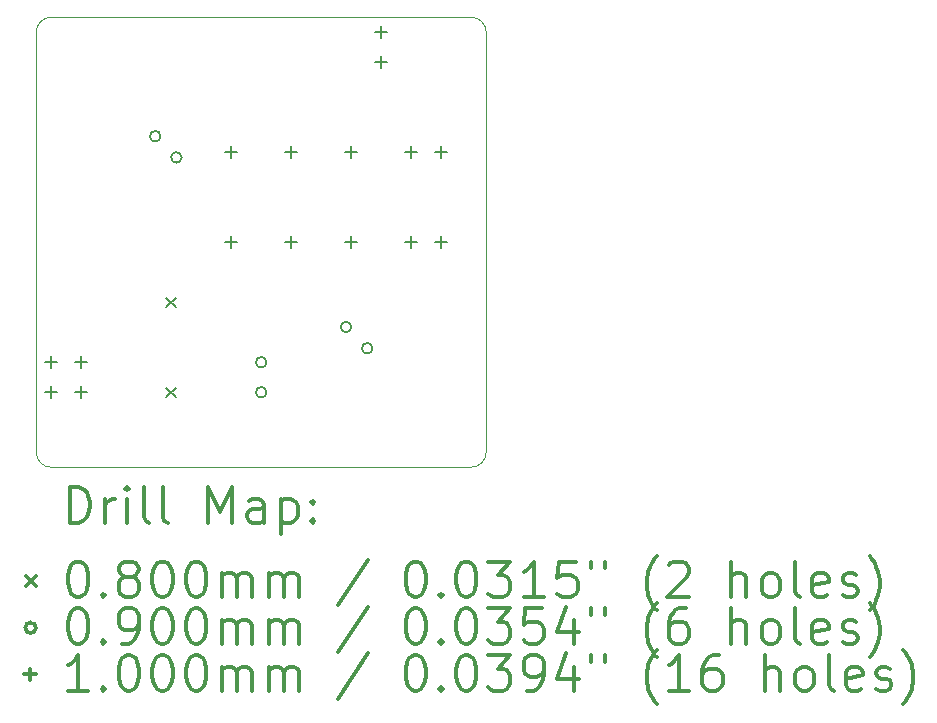
<source format=gbr>
%FSLAX45Y45*%
G04 Gerber Fmt 4.5, Leading zero omitted, Abs format (unit mm)*
G04 Created by KiCad (PCBNEW 5.1.10) date 2021-05-04 22:43:58*
%MOMM*%
%LPD*%
G01*
G04 APERTURE LIST*
%TA.AperFunction,Profile*%
%ADD10C,0.050000*%
%TD*%
%ADD11C,0.200000*%
%ADD12C,0.300000*%
G04 APERTURE END LIST*
D10*
X13081000Y-13462000D02*
G75*
G02*
X12954000Y-13335000I0J127000D01*
G01*
X16764000Y-13335000D02*
G75*
G02*
X16637000Y-13462000I-127000J0D01*
G01*
X16637000Y-9652000D02*
G75*
G02*
X16764000Y-9779000I0J-127000D01*
G01*
X12954000Y-9779000D02*
G75*
G02*
X13081000Y-9652000I127000J0D01*
G01*
X13081000Y-9652000D02*
X16637000Y-9652000D01*
X12954000Y-13335000D02*
X12954000Y-9779000D01*
X16637000Y-13462000D02*
X13081000Y-13462000D01*
X16764000Y-9779000D02*
X16764000Y-13335000D01*
D11*
X14057000Y-12025000D02*
X14137000Y-12105000D01*
X14137000Y-12025000D02*
X14057000Y-12105000D01*
X14057000Y-12787000D02*
X14137000Y-12867000D01*
X14137000Y-12787000D02*
X14057000Y-12867000D01*
X14006395Y-10659395D02*
G75*
G03*
X14006395Y-10659395I-45000J0D01*
G01*
X14186000Y-10839000D02*
G75*
G03*
X14186000Y-10839000I-45000J0D01*
G01*
X14904000Y-12573000D02*
G75*
G03*
X14904000Y-12573000I-45000J0D01*
G01*
X14904000Y-12827000D02*
G75*
G03*
X14904000Y-12827000I-45000J0D01*
G01*
X15622000Y-12275000D02*
G75*
G03*
X15622000Y-12275000I-45000J0D01*
G01*
X15801605Y-12454605D02*
G75*
G03*
X15801605Y-12454605I-45000J0D01*
G01*
X13081000Y-12523000D02*
X13081000Y-12623000D01*
X13031000Y-12573000D02*
X13131000Y-12573000D01*
X13081000Y-12777000D02*
X13081000Y-12877000D01*
X13031000Y-12827000D02*
X13131000Y-12827000D01*
X13335000Y-12523000D02*
X13335000Y-12623000D01*
X13285000Y-12573000D02*
X13385000Y-12573000D01*
X13335000Y-12777000D02*
X13335000Y-12877000D01*
X13285000Y-12827000D02*
X13385000Y-12827000D01*
X14605000Y-10745000D02*
X14605000Y-10845000D01*
X14555000Y-10795000D02*
X14655000Y-10795000D01*
X14605000Y-11507000D02*
X14605000Y-11607000D01*
X14555000Y-11557000D02*
X14655000Y-11557000D01*
X15113000Y-10745000D02*
X15113000Y-10845000D01*
X15063000Y-10795000D02*
X15163000Y-10795000D01*
X15113000Y-11507000D02*
X15113000Y-11607000D01*
X15063000Y-11557000D02*
X15163000Y-11557000D01*
X15621000Y-10745000D02*
X15621000Y-10845000D01*
X15571000Y-10795000D02*
X15671000Y-10795000D01*
X15621000Y-11507000D02*
X15621000Y-11607000D01*
X15571000Y-11557000D02*
X15671000Y-11557000D01*
X15875000Y-9729000D02*
X15875000Y-9829000D01*
X15825000Y-9779000D02*
X15925000Y-9779000D01*
X15875000Y-9983000D02*
X15875000Y-10083000D01*
X15825000Y-10033000D02*
X15925000Y-10033000D01*
X16129000Y-10745000D02*
X16129000Y-10845000D01*
X16079000Y-10795000D02*
X16179000Y-10795000D01*
X16129000Y-11507000D02*
X16129000Y-11607000D01*
X16079000Y-11557000D02*
X16179000Y-11557000D01*
X16383000Y-10745000D02*
X16383000Y-10845000D01*
X16333000Y-10795000D02*
X16433000Y-10795000D01*
X16383000Y-11507000D02*
X16383000Y-11607000D01*
X16333000Y-11557000D02*
X16433000Y-11557000D01*
D12*
X13237928Y-13930214D02*
X13237928Y-13630214D01*
X13309357Y-13630214D01*
X13352214Y-13644500D01*
X13380786Y-13673071D01*
X13395071Y-13701643D01*
X13409357Y-13758786D01*
X13409357Y-13801643D01*
X13395071Y-13858786D01*
X13380786Y-13887357D01*
X13352214Y-13915929D01*
X13309357Y-13930214D01*
X13237928Y-13930214D01*
X13537928Y-13930214D02*
X13537928Y-13730214D01*
X13537928Y-13787357D02*
X13552214Y-13758786D01*
X13566500Y-13744500D01*
X13595071Y-13730214D01*
X13623643Y-13730214D01*
X13723643Y-13930214D02*
X13723643Y-13730214D01*
X13723643Y-13630214D02*
X13709357Y-13644500D01*
X13723643Y-13658786D01*
X13737928Y-13644500D01*
X13723643Y-13630214D01*
X13723643Y-13658786D01*
X13909357Y-13930214D02*
X13880786Y-13915929D01*
X13866500Y-13887357D01*
X13866500Y-13630214D01*
X14066500Y-13930214D02*
X14037928Y-13915929D01*
X14023643Y-13887357D01*
X14023643Y-13630214D01*
X14409357Y-13930214D02*
X14409357Y-13630214D01*
X14509357Y-13844500D01*
X14609357Y-13630214D01*
X14609357Y-13930214D01*
X14880786Y-13930214D02*
X14880786Y-13773071D01*
X14866500Y-13744500D01*
X14837928Y-13730214D01*
X14780786Y-13730214D01*
X14752214Y-13744500D01*
X14880786Y-13915929D02*
X14852214Y-13930214D01*
X14780786Y-13930214D01*
X14752214Y-13915929D01*
X14737928Y-13887357D01*
X14737928Y-13858786D01*
X14752214Y-13830214D01*
X14780786Y-13815929D01*
X14852214Y-13815929D01*
X14880786Y-13801643D01*
X15023643Y-13730214D02*
X15023643Y-14030214D01*
X15023643Y-13744500D02*
X15052214Y-13730214D01*
X15109357Y-13730214D01*
X15137928Y-13744500D01*
X15152214Y-13758786D01*
X15166500Y-13787357D01*
X15166500Y-13873071D01*
X15152214Y-13901643D01*
X15137928Y-13915929D01*
X15109357Y-13930214D01*
X15052214Y-13930214D01*
X15023643Y-13915929D01*
X15295071Y-13901643D02*
X15309357Y-13915929D01*
X15295071Y-13930214D01*
X15280786Y-13915929D01*
X15295071Y-13901643D01*
X15295071Y-13930214D01*
X15295071Y-13744500D02*
X15309357Y-13758786D01*
X15295071Y-13773071D01*
X15280786Y-13758786D01*
X15295071Y-13744500D01*
X15295071Y-13773071D01*
X12871500Y-14384500D02*
X12951500Y-14464500D01*
X12951500Y-14384500D02*
X12871500Y-14464500D01*
X13295071Y-14260214D02*
X13323643Y-14260214D01*
X13352214Y-14274500D01*
X13366500Y-14288786D01*
X13380786Y-14317357D01*
X13395071Y-14374500D01*
X13395071Y-14445929D01*
X13380786Y-14503071D01*
X13366500Y-14531643D01*
X13352214Y-14545929D01*
X13323643Y-14560214D01*
X13295071Y-14560214D01*
X13266500Y-14545929D01*
X13252214Y-14531643D01*
X13237928Y-14503071D01*
X13223643Y-14445929D01*
X13223643Y-14374500D01*
X13237928Y-14317357D01*
X13252214Y-14288786D01*
X13266500Y-14274500D01*
X13295071Y-14260214D01*
X13523643Y-14531643D02*
X13537928Y-14545929D01*
X13523643Y-14560214D01*
X13509357Y-14545929D01*
X13523643Y-14531643D01*
X13523643Y-14560214D01*
X13709357Y-14388786D02*
X13680786Y-14374500D01*
X13666500Y-14360214D01*
X13652214Y-14331643D01*
X13652214Y-14317357D01*
X13666500Y-14288786D01*
X13680786Y-14274500D01*
X13709357Y-14260214D01*
X13766500Y-14260214D01*
X13795071Y-14274500D01*
X13809357Y-14288786D01*
X13823643Y-14317357D01*
X13823643Y-14331643D01*
X13809357Y-14360214D01*
X13795071Y-14374500D01*
X13766500Y-14388786D01*
X13709357Y-14388786D01*
X13680786Y-14403071D01*
X13666500Y-14417357D01*
X13652214Y-14445929D01*
X13652214Y-14503071D01*
X13666500Y-14531643D01*
X13680786Y-14545929D01*
X13709357Y-14560214D01*
X13766500Y-14560214D01*
X13795071Y-14545929D01*
X13809357Y-14531643D01*
X13823643Y-14503071D01*
X13823643Y-14445929D01*
X13809357Y-14417357D01*
X13795071Y-14403071D01*
X13766500Y-14388786D01*
X14009357Y-14260214D02*
X14037928Y-14260214D01*
X14066500Y-14274500D01*
X14080786Y-14288786D01*
X14095071Y-14317357D01*
X14109357Y-14374500D01*
X14109357Y-14445929D01*
X14095071Y-14503071D01*
X14080786Y-14531643D01*
X14066500Y-14545929D01*
X14037928Y-14560214D01*
X14009357Y-14560214D01*
X13980786Y-14545929D01*
X13966500Y-14531643D01*
X13952214Y-14503071D01*
X13937928Y-14445929D01*
X13937928Y-14374500D01*
X13952214Y-14317357D01*
X13966500Y-14288786D01*
X13980786Y-14274500D01*
X14009357Y-14260214D01*
X14295071Y-14260214D02*
X14323643Y-14260214D01*
X14352214Y-14274500D01*
X14366500Y-14288786D01*
X14380786Y-14317357D01*
X14395071Y-14374500D01*
X14395071Y-14445929D01*
X14380786Y-14503071D01*
X14366500Y-14531643D01*
X14352214Y-14545929D01*
X14323643Y-14560214D01*
X14295071Y-14560214D01*
X14266500Y-14545929D01*
X14252214Y-14531643D01*
X14237928Y-14503071D01*
X14223643Y-14445929D01*
X14223643Y-14374500D01*
X14237928Y-14317357D01*
X14252214Y-14288786D01*
X14266500Y-14274500D01*
X14295071Y-14260214D01*
X14523643Y-14560214D02*
X14523643Y-14360214D01*
X14523643Y-14388786D02*
X14537928Y-14374500D01*
X14566500Y-14360214D01*
X14609357Y-14360214D01*
X14637928Y-14374500D01*
X14652214Y-14403071D01*
X14652214Y-14560214D01*
X14652214Y-14403071D02*
X14666500Y-14374500D01*
X14695071Y-14360214D01*
X14737928Y-14360214D01*
X14766500Y-14374500D01*
X14780786Y-14403071D01*
X14780786Y-14560214D01*
X14923643Y-14560214D02*
X14923643Y-14360214D01*
X14923643Y-14388786D02*
X14937928Y-14374500D01*
X14966500Y-14360214D01*
X15009357Y-14360214D01*
X15037928Y-14374500D01*
X15052214Y-14403071D01*
X15052214Y-14560214D01*
X15052214Y-14403071D02*
X15066500Y-14374500D01*
X15095071Y-14360214D01*
X15137928Y-14360214D01*
X15166500Y-14374500D01*
X15180786Y-14403071D01*
X15180786Y-14560214D01*
X15766500Y-14245929D02*
X15509357Y-14631643D01*
X16152214Y-14260214D02*
X16180786Y-14260214D01*
X16209357Y-14274500D01*
X16223643Y-14288786D01*
X16237928Y-14317357D01*
X16252214Y-14374500D01*
X16252214Y-14445929D01*
X16237928Y-14503071D01*
X16223643Y-14531643D01*
X16209357Y-14545929D01*
X16180786Y-14560214D01*
X16152214Y-14560214D01*
X16123643Y-14545929D01*
X16109357Y-14531643D01*
X16095071Y-14503071D01*
X16080786Y-14445929D01*
X16080786Y-14374500D01*
X16095071Y-14317357D01*
X16109357Y-14288786D01*
X16123643Y-14274500D01*
X16152214Y-14260214D01*
X16380786Y-14531643D02*
X16395071Y-14545929D01*
X16380786Y-14560214D01*
X16366500Y-14545929D01*
X16380786Y-14531643D01*
X16380786Y-14560214D01*
X16580786Y-14260214D02*
X16609357Y-14260214D01*
X16637928Y-14274500D01*
X16652214Y-14288786D01*
X16666500Y-14317357D01*
X16680786Y-14374500D01*
X16680786Y-14445929D01*
X16666500Y-14503071D01*
X16652214Y-14531643D01*
X16637928Y-14545929D01*
X16609357Y-14560214D01*
X16580786Y-14560214D01*
X16552214Y-14545929D01*
X16537928Y-14531643D01*
X16523643Y-14503071D01*
X16509357Y-14445929D01*
X16509357Y-14374500D01*
X16523643Y-14317357D01*
X16537928Y-14288786D01*
X16552214Y-14274500D01*
X16580786Y-14260214D01*
X16780786Y-14260214D02*
X16966500Y-14260214D01*
X16866500Y-14374500D01*
X16909357Y-14374500D01*
X16937928Y-14388786D01*
X16952214Y-14403071D01*
X16966500Y-14431643D01*
X16966500Y-14503071D01*
X16952214Y-14531643D01*
X16937928Y-14545929D01*
X16909357Y-14560214D01*
X16823643Y-14560214D01*
X16795071Y-14545929D01*
X16780786Y-14531643D01*
X17252214Y-14560214D02*
X17080786Y-14560214D01*
X17166500Y-14560214D02*
X17166500Y-14260214D01*
X17137928Y-14303071D01*
X17109357Y-14331643D01*
X17080786Y-14345929D01*
X17523643Y-14260214D02*
X17380786Y-14260214D01*
X17366500Y-14403071D01*
X17380786Y-14388786D01*
X17409357Y-14374500D01*
X17480786Y-14374500D01*
X17509357Y-14388786D01*
X17523643Y-14403071D01*
X17537928Y-14431643D01*
X17537928Y-14503071D01*
X17523643Y-14531643D01*
X17509357Y-14545929D01*
X17480786Y-14560214D01*
X17409357Y-14560214D01*
X17380786Y-14545929D01*
X17366500Y-14531643D01*
X17652214Y-14260214D02*
X17652214Y-14317357D01*
X17766500Y-14260214D02*
X17766500Y-14317357D01*
X18209357Y-14674500D02*
X18195071Y-14660214D01*
X18166500Y-14617357D01*
X18152214Y-14588786D01*
X18137928Y-14545929D01*
X18123643Y-14474500D01*
X18123643Y-14417357D01*
X18137928Y-14345929D01*
X18152214Y-14303071D01*
X18166500Y-14274500D01*
X18195071Y-14231643D01*
X18209357Y-14217357D01*
X18309357Y-14288786D02*
X18323643Y-14274500D01*
X18352214Y-14260214D01*
X18423643Y-14260214D01*
X18452214Y-14274500D01*
X18466500Y-14288786D01*
X18480786Y-14317357D01*
X18480786Y-14345929D01*
X18466500Y-14388786D01*
X18295071Y-14560214D01*
X18480786Y-14560214D01*
X18837928Y-14560214D02*
X18837928Y-14260214D01*
X18966500Y-14560214D02*
X18966500Y-14403071D01*
X18952214Y-14374500D01*
X18923643Y-14360214D01*
X18880786Y-14360214D01*
X18852214Y-14374500D01*
X18837928Y-14388786D01*
X19152214Y-14560214D02*
X19123643Y-14545929D01*
X19109357Y-14531643D01*
X19095071Y-14503071D01*
X19095071Y-14417357D01*
X19109357Y-14388786D01*
X19123643Y-14374500D01*
X19152214Y-14360214D01*
X19195071Y-14360214D01*
X19223643Y-14374500D01*
X19237928Y-14388786D01*
X19252214Y-14417357D01*
X19252214Y-14503071D01*
X19237928Y-14531643D01*
X19223643Y-14545929D01*
X19195071Y-14560214D01*
X19152214Y-14560214D01*
X19423643Y-14560214D02*
X19395071Y-14545929D01*
X19380786Y-14517357D01*
X19380786Y-14260214D01*
X19652214Y-14545929D02*
X19623643Y-14560214D01*
X19566500Y-14560214D01*
X19537928Y-14545929D01*
X19523643Y-14517357D01*
X19523643Y-14403071D01*
X19537928Y-14374500D01*
X19566500Y-14360214D01*
X19623643Y-14360214D01*
X19652214Y-14374500D01*
X19666500Y-14403071D01*
X19666500Y-14431643D01*
X19523643Y-14460214D01*
X19780786Y-14545929D02*
X19809357Y-14560214D01*
X19866500Y-14560214D01*
X19895071Y-14545929D01*
X19909357Y-14517357D01*
X19909357Y-14503071D01*
X19895071Y-14474500D01*
X19866500Y-14460214D01*
X19823643Y-14460214D01*
X19795071Y-14445929D01*
X19780786Y-14417357D01*
X19780786Y-14403071D01*
X19795071Y-14374500D01*
X19823643Y-14360214D01*
X19866500Y-14360214D01*
X19895071Y-14374500D01*
X20009357Y-14674500D02*
X20023643Y-14660214D01*
X20052214Y-14617357D01*
X20066500Y-14588786D01*
X20080786Y-14545929D01*
X20095071Y-14474500D01*
X20095071Y-14417357D01*
X20080786Y-14345929D01*
X20066500Y-14303071D01*
X20052214Y-14274500D01*
X20023643Y-14231643D01*
X20009357Y-14217357D01*
X12951500Y-14820500D02*
G75*
G03*
X12951500Y-14820500I-45000J0D01*
G01*
X13295071Y-14656214D02*
X13323643Y-14656214D01*
X13352214Y-14670500D01*
X13366500Y-14684786D01*
X13380786Y-14713357D01*
X13395071Y-14770500D01*
X13395071Y-14841929D01*
X13380786Y-14899071D01*
X13366500Y-14927643D01*
X13352214Y-14941929D01*
X13323643Y-14956214D01*
X13295071Y-14956214D01*
X13266500Y-14941929D01*
X13252214Y-14927643D01*
X13237928Y-14899071D01*
X13223643Y-14841929D01*
X13223643Y-14770500D01*
X13237928Y-14713357D01*
X13252214Y-14684786D01*
X13266500Y-14670500D01*
X13295071Y-14656214D01*
X13523643Y-14927643D02*
X13537928Y-14941929D01*
X13523643Y-14956214D01*
X13509357Y-14941929D01*
X13523643Y-14927643D01*
X13523643Y-14956214D01*
X13680786Y-14956214D02*
X13737928Y-14956214D01*
X13766500Y-14941929D01*
X13780786Y-14927643D01*
X13809357Y-14884786D01*
X13823643Y-14827643D01*
X13823643Y-14713357D01*
X13809357Y-14684786D01*
X13795071Y-14670500D01*
X13766500Y-14656214D01*
X13709357Y-14656214D01*
X13680786Y-14670500D01*
X13666500Y-14684786D01*
X13652214Y-14713357D01*
X13652214Y-14784786D01*
X13666500Y-14813357D01*
X13680786Y-14827643D01*
X13709357Y-14841929D01*
X13766500Y-14841929D01*
X13795071Y-14827643D01*
X13809357Y-14813357D01*
X13823643Y-14784786D01*
X14009357Y-14656214D02*
X14037928Y-14656214D01*
X14066500Y-14670500D01*
X14080786Y-14684786D01*
X14095071Y-14713357D01*
X14109357Y-14770500D01*
X14109357Y-14841929D01*
X14095071Y-14899071D01*
X14080786Y-14927643D01*
X14066500Y-14941929D01*
X14037928Y-14956214D01*
X14009357Y-14956214D01*
X13980786Y-14941929D01*
X13966500Y-14927643D01*
X13952214Y-14899071D01*
X13937928Y-14841929D01*
X13937928Y-14770500D01*
X13952214Y-14713357D01*
X13966500Y-14684786D01*
X13980786Y-14670500D01*
X14009357Y-14656214D01*
X14295071Y-14656214D02*
X14323643Y-14656214D01*
X14352214Y-14670500D01*
X14366500Y-14684786D01*
X14380786Y-14713357D01*
X14395071Y-14770500D01*
X14395071Y-14841929D01*
X14380786Y-14899071D01*
X14366500Y-14927643D01*
X14352214Y-14941929D01*
X14323643Y-14956214D01*
X14295071Y-14956214D01*
X14266500Y-14941929D01*
X14252214Y-14927643D01*
X14237928Y-14899071D01*
X14223643Y-14841929D01*
X14223643Y-14770500D01*
X14237928Y-14713357D01*
X14252214Y-14684786D01*
X14266500Y-14670500D01*
X14295071Y-14656214D01*
X14523643Y-14956214D02*
X14523643Y-14756214D01*
X14523643Y-14784786D02*
X14537928Y-14770500D01*
X14566500Y-14756214D01*
X14609357Y-14756214D01*
X14637928Y-14770500D01*
X14652214Y-14799071D01*
X14652214Y-14956214D01*
X14652214Y-14799071D02*
X14666500Y-14770500D01*
X14695071Y-14756214D01*
X14737928Y-14756214D01*
X14766500Y-14770500D01*
X14780786Y-14799071D01*
X14780786Y-14956214D01*
X14923643Y-14956214D02*
X14923643Y-14756214D01*
X14923643Y-14784786D02*
X14937928Y-14770500D01*
X14966500Y-14756214D01*
X15009357Y-14756214D01*
X15037928Y-14770500D01*
X15052214Y-14799071D01*
X15052214Y-14956214D01*
X15052214Y-14799071D02*
X15066500Y-14770500D01*
X15095071Y-14756214D01*
X15137928Y-14756214D01*
X15166500Y-14770500D01*
X15180786Y-14799071D01*
X15180786Y-14956214D01*
X15766500Y-14641929D02*
X15509357Y-15027643D01*
X16152214Y-14656214D02*
X16180786Y-14656214D01*
X16209357Y-14670500D01*
X16223643Y-14684786D01*
X16237928Y-14713357D01*
X16252214Y-14770500D01*
X16252214Y-14841929D01*
X16237928Y-14899071D01*
X16223643Y-14927643D01*
X16209357Y-14941929D01*
X16180786Y-14956214D01*
X16152214Y-14956214D01*
X16123643Y-14941929D01*
X16109357Y-14927643D01*
X16095071Y-14899071D01*
X16080786Y-14841929D01*
X16080786Y-14770500D01*
X16095071Y-14713357D01*
X16109357Y-14684786D01*
X16123643Y-14670500D01*
X16152214Y-14656214D01*
X16380786Y-14927643D02*
X16395071Y-14941929D01*
X16380786Y-14956214D01*
X16366500Y-14941929D01*
X16380786Y-14927643D01*
X16380786Y-14956214D01*
X16580786Y-14656214D02*
X16609357Y-14656214D01*
X16637928Y-14670500D01*
X16652214Y-14684786D01*
X16666500Y-14713357D01*
X16680786Y-14770500D01*
X16680786Y-14841929D01*
X16666500Y-14899071D01*
X16652214Y-14927643D01*
X16637928Y-14941929D01*
X16609357Y-14956214D01*
X16580786Y-14956214D01*
X16552214Y-14941929D01*
X16537928Y-14927643D01*
X16523643Y-14899071D01*
X16509357Y-14841929D01*
X16509357Y-14770500D01*
X16523643Y-14713357D01*
X16537928Y-14684786D01*
X16552214Y-14670500D01*
X16580786Y-14656214D01*
X16780786Y-14656214D02*
X16966500Y-14656214D01*
X16866500Y-14770500D01*
X16909357Y-14770500D01*
X16937928Y-14784786D01*
X16952214Y-14799071D01*
X16966500Y-14827643D01*
X16966500Y-14899071D01*
X16952214Y-14927643D01*
X16937928Y-14941929D01*
X16909357Y-14956214D01*
X16823643Y-14956214D01*
X16795071Y-14941929D01*
X16780786Y-14927643D01*
X17237928Y-14656214D02*
X17095071Y-14656214D01*
X17080786Y-14799071D01*
X17095071Y-14784786D01*
X17123643Y-14770500D01*
X17195071Y-14770500D01*
X17223643Y-14784786D01*
X17237928Y-14799071D01*
X17252214Y-14827643D01*
X17252214Y-14899071D01*
X17237928Y-14927643D01*
X17223643Y-14941929D01*
X17195071Y-14956214D01*
X17123643Y-14956214D01*
X17095071Y-14941929D01*
X17080786Y-14927643D01*
X17509357Y-14756214D02*
X17509357Y-14956214D01*
X17437928Y-14641929D02*
X17366500Y-14856214D01*
X17552214Y-14856214D01*
X17652214Y-14656214D02*
X17652214Y-14713357D01*
X17766500Y-14656214D02*
X17766500Y-14713357D01*
X18209357Y-15070500D02*
X18195071Y-15056214D01*
X18166500Y-15013357D01*
X18152214Y-14984786D01*
X18137928Y-14941929D01*
X18123643Y-14870500D01*
X18123643Y-14813357D01*
X18137928Y-14741929D01*
X18152214Y-14699071D01*
X18166500Y-14670500D01*
X18195071Y-14627643D01*
X18209357Y-14613357D01*
X18452214Y-14656214D02*
X18395071Y-14656214D01*
X18366500Y-14670500D01*
X18352214Y-14684786D01*
X18323643Y-14727643D01*
X18309357Y-14784786D01*
X18309357Y-14899071D01*
X18323643Y-14927643D01*
X18337928Y-14941929D01*
X18366500Y-14956214D01*
X18423643Y-14956214D01*
X18452214Y-14941929D01*
X18466500Y-14927643D01*
X18480786Y-14899071D01*
X18480786Y-14827643D01*
X18466500Y-14799071D01*
X18452214Y-14784786D01*
X18423643Y-14770500D01*
X18366500Y-14770500D01*
X18337928Y-14784786D01*
X18323643Y-14799071D01*
X18309357Y-14827643D01*
X18837928Y-14956214D02*
X18837928Y-14656214D01*
X18966500Y-14956214D02*
X18966500Y-14799071D01*
X18952214Y-14770500D01*
X18923643Y-14756214D01*
X18880786Y-14756214D01*
X18852214Y-14770500D01*
X18837928Y-14784786D01*
X19152214Y-14956214D02*
X19123643Y-14941929D01*
X19109357Y-14927643D01*
X19095071Y-14899071D01*
X19095071Y-14813357D01*
X19109357Y-14784786D01*
X19123643Y-14770500D01*
X19152214Y-14756214D01*
X19195071Y-14756214D01*
X19223643Y-14770500D01*
X19237928Y-14784786D01*
X19252214Y-14813357D01*
X19252214Y-14899071D01*
X19237928Y-14927643D01*
X19223643Y-14941929D01*
X19195071Y-14956214D01*
X19152214Y-14956214D01*
X19423643Y-14956214D02*
X19395071Y-14941929D01*
X19380786Y-14913357D01*
X19380786Y-14656214D01*
X19652214Y-14941929D02*
X19623643Y-14956214D01*
X19566500Y-14956214D01*
X19537928Y-14941929D01*
X19523643Y-14913357D01*
X19523643Y-14799071D01*
X19537928Y-14770500D01*
X19566500Y-14756214D01*
X19623643Y-14756214D01*
X19652214Y-14770500D01*
X19666500Y-14799071D01*
X19666500Y-14827643D01*
X19523643Y-14856214D01*
X19780786Y-14941929D02*
X19809357Y-14956214D01*
X19866500Y-14956214D01*
X19895071Y-14941929D01*
X19909357Y-14913357D01*
X19909357Y-14899071D01*
X19895071Y-14870500D01*
X19866500Y-14856214D01*
X19823643Y-14856214D01*
X19795071Y-14841929D01*
X19780786Y-14813357D01*
X19780786Y-14799071D01*
X19795071Y-14770500D01*
X19823643Y-14756214D01*
X19866500Y-14756214D01*
X19895071Y-14770500D01*
X20009357Y-15070500D02*
X20023643Y-15056214D01*
X20052214Y-15013357D01*
X20066500Y-14984786D01*
X20080786Y-14941929D01*
X20095071Y-14870500D01*
X20095071Y-14813357D01*
X20080786Y-14741929D01*
X20066500Y-14699071D01*
X20052214Y-14670500D01*
X20023643Y-14627643D01*
X20009357Y-14613357D01*
X12901500Y-15166500D02*
X12901500Y-15266500D01*
X12851500Y-15216500D02*
X12951500Y-15216500D01*
X13395071Y-15352214D02*
X13223643Y-15352214D01*
X13309357Y-15352214D02*
X13309357Y-15052214D01*
X13280786Y-15095071D01*
X13252214Y-15123643D01*
X13223643Y-15137929D01*
X13523643Y-15323643D02*
X13537928Y-15337929D01*
X13523643Y-15352214D01*
X13509357Y-15337929D01*
X13523643Y-15323643D01*
X13523643Y-15352214D01*
X13723643Y-15052214D02*
X13752214Y-15052214D01*
X13780786Y-15066500D01*
X13795071Y-15080786D01*
X13809357Y-15109357D01*
X13823643Y-15166500D01*
X13823643Y-15237929D01*
X13809357Y-15295071D01*
X13795071Y-15323643D01*
X13780786Y-15337929D01*
X13752214Y-15352214D01*
X13723643Y-15352214D01*
X13695071Y-15337929D01*
X13680786Y-15323643D01*
X13666500Y-15295071D01*
X13652214Y-15237929D01*
X13652214Y-15166500D01*
X13666500Y-15109357D01*
X13680786Y-15080786D01*
X13695071Y-15066500D01*
X13723643Y-15052214D01*
X14009357Y-15052214D02*
X14037928Y-15052214D01*
X14066500Y-15066500D01*
X14080786Y-15080786D01*
X14095071Y-15109357D01*
X14109357Y-15166500D01*
X14109357Y-15237929D01*
X14095071Y-15295071D01*
X14080786Y-15323643D01*
X14066500Y-15337929D01*
X14037928Y-15352214D01*
X14009357Y-15352214D01*
X13980786Y-15337929D01*
X13966500Y-15323643D01*
X13952214Y-15295071D01*
X13937928Y-15237929D01*
X13937928Y-15166500D01*
X13952214Y-15109357D01*
X13966500Y-15080786D01*
X13980786Y-15066500D01*
X14009357Y-15052214D01*
X14295071Y-15052214D02*
X14323643Y-15052214D01*
X14352214Y-15066500D01*
X14366500Y-15080786D01*
X14380786Y-15109357D01*
X14395071Y-15166500D01*
X14395071Y-15237929D01*
X14380786Y-15295071D01*
X14366500Y-15323643D01*
X14352214Y-15337929D01*
X14323643Y-15352214D01*
X14295071Y-15352214D01*
X14266500Y-15337929D01*
X14252214Y-15323643D01*
X14237928Y-15295071D01*
X14223643Y-15237929D01*
X14223643Y-15166500D01*
X14237928Y-15109357D01*
X14252214Y-15080786D01*
X14266500Y-15066500D01*
X14295071Y-15052214D01*
X14523643Y-15352214D02*
X14523643Y-15152214D01*
X14523643Y-15180786D02*
X14537928Y-15166500D01*
X14566500Y-15152214D01*
X14609357Y-15152214D01*
X14637928Y-15166500D01*
X14652214Y-15195071D01*
X14652214Y-15352214D01*
X14652214Y-15195071D02*
X14666500Y-15166500D01*
X14695071Y-15152214D01*
X14737928Y-15152214D01*
X14766500Y-15166500D01*
X14780786Y-15195071D01*
X14780786Y-15352214D01*
X14923643Y-15352214D02*
X14923643Y-15152214D01*
X14923643Y-15180786D02*
X14937928Y-15166500D01*
X14966500Y-15152214D01*
X15009357Y-15152214D01*
X15037928Y-15166500D01*
X15052214Y-15195071D01*
X15052214Y-15352214D01*
X15052214Y-15195071D02*
X15066500Y-15166500D01*
X15095071Y-15152214D01*
X15137928Y-15152214D01*
X15166500Y-15166500D01*
X15180786Y-15195071D01*
X15180786Y-15352214D01*
X15766500Y-15037929D02*
X15509357Y-15423643D01*
X16152214Y-15052214D02*
X16180786Y-15052214D01*
X16209357Y-15066500D01*
X16223643Y-15080786D01*
X16237928Y-15109357D01*
X16252214Y-15166500D01*
X16252214Y-15237929D01*
X16237928Y-15295071D01*
X16223643Y-15323643D01*
X16209357Y-15337929D01*
X16180786Y-15352214D01*
X16152214Y-15352214D01*
X16123643Y-15337929D01*
X16109357Y-15323643D01*
X16095071Y-15295071D01*
X16080786Y-15237929D01*
X16080786Y-15166500D01*
X16095071Y-15109357D01*
X16109357Y-15080786D01*
X16123643Y-15066500D01*
X16152214Y-15052214D01*
X16380786Y-15323643D02*
X16395071Y-15337929D01*
X16380786Y-15352214D01*
X16366500Y-15337929D01*
X16380786Y-15323643D01*
X16380786Y-15352214D01*
X16580786Y-15052214D02*
X16609357Y-15052214D01*
X16637928Y-15066500D01*
X16652214Y-15080786D01*
X16666500Y-15109357D01*
X16680786Y-15166500D01*
X16680786Y-15237929D01*
X16666500Y-15295071D01*
X16652214Y-15323643D01*
X16637928Y-15337929D01*
X16609357Y-15352214D01*
X16580786Y-15352214D01*
X16552214Y-15337929D01*
X16537928Y-15323643D01*
X16523643Y-15295071D01*
X16509357Y-15237929D01*
X16509357Y-15166500D01*
X16523643Y-15109357D01*
X16537928Y-15080786D01*
X16552214Y-15066500D01*
X16580786Y-15052214D01*
X16780786Y-15052214D02*
X16966500Y-15052214D01*
X16866500Y-15166500D01*
X16909357Y-15166500D01*
X16937928Y-15180786D01*
X16952214Y-15195071D01*
X16966500Y-15223643D01*
X16966500Y-15295071D01*
X16952214Y-15323643D01*
X16937928Y-15337929D01*
X16909357Y-15352214D01*
X16823643Y-15352214D01*
X16795071Y-15337929D01*
X16780786Y-15323643D01*
X17109357Y-15352214D02*
X17166500Y-15352214D01*
X17195071Y-15337929D01*
X17209357Y-15323643D01*
X17237928Y-15280786D01*
X17252214Y-15223643D01*
X17252214Y-15109357D01*
X17237928Y-15080786D01*
X17223643Y-15066500D01*
X17195071Y-15052214D01*
X17137928Y-15052214D01*
X17109357Y-15066500D01*
X17095071Y-15080786D01*
X17080786Y-15109357D01*
X17080786Y-15180786D01*
X17095071Y-15209357D01*
X17109357Y-15223643D01*
X17137928Y-15237929D01*
X17195071Y-15237929D01*
X17223643Y-15223643D01*
X17237928Y-15209357D01*
X17252214Y-15180786D01*
X17509357Y-15152214D02*
X17509357Y-15352214D01*
X17437928Y-15037929D02*
X17366500Y-15252214D01*
X17552214Y-15252214D01*
X17652214Y-15052214D02*
X17652214Y-15109357D01*
X17766500Y-15052214D02*
X17766500Y-15109357D01*
X18209357Y-15466500D02*
X18195071Y-15452214D01*
X18166500Y-15409357D01*
X18152214Y-15380786D01*
X18137928Y-15337929D01*
X18123643Y-15266500D01*
X18123643Y-15209357D01*
X18137928Y-15137929D01*
X18152214Y-15095071D01*
X18166500Y-15066500D01*
X18195071Y-15023643D01*
X18209357Y-15009357D01*
X18480786Y-15352214D02*
X18309357Y-15352214D01*
X18395071Y-15352214D02*
X18395071Y-15052214D01*
X18366500Y-15095071D01*
X18337928Y-15123643D01*
X18309357Y-15137929D01*
X18737928Y-15052214D02*
X18680786Y-15052214D01*
X18652214Y-15066500D01*
X18637928Y-15080786D01*
X18609357Y-15123643D01*
X18595071Y-15180786D01*
X18595071Y-15295071D01*
X18609357Y-15323643D01*
X18623643Y-15337929D01*
X18652214Y-15352214D01*
X18709357Y-15352214D01*
X18737928Y-15337929D01*
X18752214Y-15323643D01*
X18766500Y-15295071D01*
X18766500Y-15223643D01*
X18752214Y-15195071D01*
X18737928Y-15180786D01*
X18709357Y-15166500D01*
X18652214Y-15166500D01*
X18623643Y-15180786D01*
X18609357Y-15195071D01*
X18595071Y-15223643D01*
X19123643Y-15352214D02*
X19123643Y-15052214D01*
X19252214Y-15352214D02*
X19252214Y-15195071D01*
X19237928Y-15166500D01*
X19209357Y-15152214D01*
X19166500Y-15152214D01*
X19137928Y-15166500D01*
X19123643Y-15180786D01*
X19437928Y-15352214D02*
X19409357Y-15337929D01*
X19395071Y-15323643D01*
X19380786Y-15295071D01*
X19380786Y-15209357D01*
X19395071Y-15180786D01*
X19409357Y-15166500D01*
X19437928Y-15152214D01*
X19480786Y-15152214D01*
X19509357Y-15166500D01*
X19523643Y-15180786D01*
X19537928Y-15209357D01*
X19537928Y-15295071D01*
X19523643Y-15323643D01*
X19509357Y-15337929D01*
X19480786Y-15352214D01*
X19437928Y-15352214D01*
X19709357Y-15352214D02*
X19680786Y-15337929D01*
X19666500Y-15309357D01*
X19666500Y-15052214D01*
X19937928Y-15337929D02*
X19909357Y-15352214D01*
X19852214Y-15352214D01*
X19823643Y-15337929D01*
X19809357Y-15309357D01*
X19809357Y-15195071D01*
X19823643Y-15166500D01*
X19852214Y-15152214D01*
X19909357Y-15152214D01*
X19937928Y-15166500D01*
X19952214Y-15195071D01*
X19952214Y-15223643D01*
X19809357Y-15252214D01*
X20066500Y-15337929D02*
X20095071Y-15352214D01*
X20152214Y-15352214D01*
X20180786Y-15337929D01*
X20195071Y-15309357D01*
X20195071Y-15295071D01*
X20180786Y-15266500D01*
X20152214Y-15252214D01*
X20109357Y-15252214D01*
X20080786Y-15237929D01*
X20066500Y-15209357D01*
X20066500Y-15195071D01*
X20080786Y-15166500D01*
X20109357Y-15152214D01*
X20152214Y-15152214D01*
X20180786Y-15166500D01*
X20295071Y-15466500D02*
X20309357Y-15452214D01*
X20337928Y-15409357D01*
X20352214Y-15380786D01*
X20366500Y-15337929D01*
X20380786Y-15266500D01*
X20380786Y-15209357D01*
X20366500Y-15137929D01*
X20352214Y-15095071D01*
X20337928Y-15066500D01*
X20309357Y-15023643D01*
X20295071Y-15009357D01*
M02*

</source>
